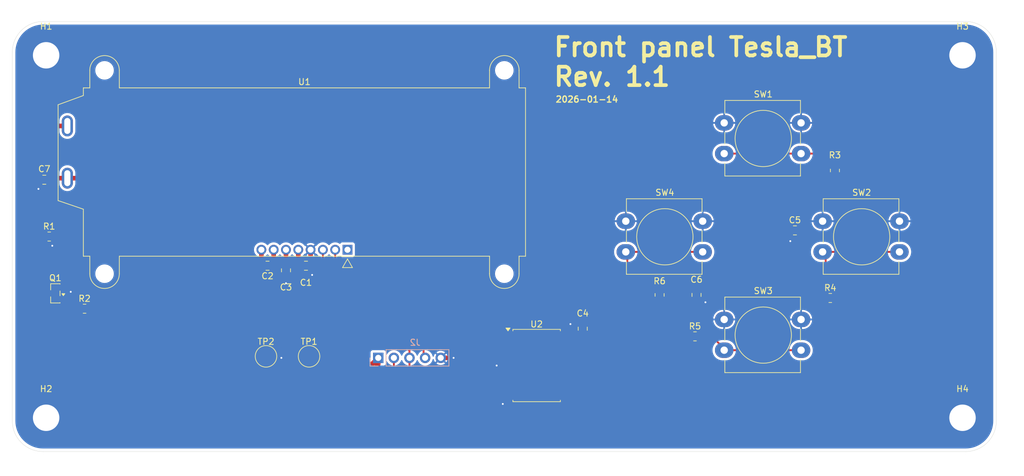
<source format=kicad_pcb>
(kicad_pcb (version 20241229) (generator "pcbnew") (generator_version "9.0")
  (title_block (title "Front panel") (date "2026-01-14") (rev "1.1"))
  (layers (0 "F.Cu" signal) (2 "B.Cu" power) (13 "F.Paste" user) (15 "B.Paste" user) (5 "F.SilkS" user "F.Silkscreen") (7 "B.SilkS" user "B.Silkscreen") (1 "F.Mask" user) (3 "B.Mask" user) (25 "Edge.Cuts" user))
  (net 0 "")
  (net 1 "+3.3V")
  (net 2 "GND")
  (net 3 "/I2C_IO.SDA")
  (net 4 "/I2C_IO.INT")
  (net 5 "/I2C_IO.SCL")
  (net 6 "Net-(Q1-B)")
  (net 7 "Net-(Q1-C)")
  (net 8 "/GP4")
  (net 9 "/GP0")
  (net 10 "/GP1")
  (net 11 "/GP2")
  (net 12 "/GP3")
  (net 13 "Net-(U1-C1-)")
  (net 14 "Net-(U1-C1+)")
  (net 15 "Net-(U1-VOUT)")
  (footprint "Resistor_SMD:R_0805_2012Metric" (layer "F.Cu") (at 79.75 119.25)
    (property "Reference" "R2" (at 0 -1.65 0) (layer "F.SilkS"))
    (property "Value" "1K")
    (fp_line (start -0.227064 -0.735) (end 0.227064 -0.735) (stroke (width 0.12)) (layer "F.SilkS"))
    (fp_line (start -0.227064 0.735) (end 0.227064 0.735) (stroke (width 0.12)) (layer "F.SilkS"))
    (pad "1" smd roundrect (at -0.9125 0) (size 1.025 1.4) (layers "F.Cu" "F.Mask" "F.Paste") (roundrect_rratio 0.243902) (net 6 "Net-(Q1-B)"))
    (pad "2" smd roundrect (at 0.9125 0) (size 1.025 1.4) (layers "F.Cu" "F.Mask" "F.Paste") (roundrect_rratio 0.243902) (net 8 "/GP4"))
  )
  (footprint "Resistor_SMD:R_0805_2012Metric" (layer "F.Cu") (at 201.75 96.75 90)
    (property "Reference" "R3" (at 2.5 0 180) (layer "F.SilkS"))
    (property "Value" "10K")
    (fp_line (start -0.227064 -0.735) (end 0.227064 -0.735) (stroke (width 0.12)) (layer "F.SilkS"))
    (fp_line (start -0.227064 0.735) (end 0.227064 0.735) (stroke (width 0.12)) (layer "F.SilkS"))
    (pad "1" smd roundrect (at -0.9125 0 90) (size 1.025 1.4) (layers "F.Cu" "F.Mask" "F.Paste") (roundrect_rratio 0.243902) (net 1 "+3.3V"))
    (pad "2" smd roundrect (at 0.9125 0 90) (size 1.025 1.4) (layers "F.Cu" "F.Mask" "F.Paste") (roundrect_rratio 0.243902) (net 9 "/GP0"))
  )
  (footprint "Capacitor_SMD:C_0805_2012Metric" (layer "F.Cu") (at 195.25 106.5)
    (property "Reference" "C5" (at 0 -1.68 0) (layer "F.SilkS"))
    (property "Value" "100nF")
    (fp_line (start -0.261252 -0.735) (end 0.261252 -0.735) (stroke (width 0.12)) (layer "F.SilkS"))
    (fp_line (start -0.261252 0.735) (end 0.261252 0.735) (stroke (width 0.12)) (layer "F.SilkS"))
    (pad "1" smd roundrect (at -0.95 0) (size 1 1.45) (layers "F.Cu" "F.Mask" "F.Paste") (net 2 "GND"))
    (pad "2" smd roundrect (at 0.95 0) (size 1 1.45) (layers "F.Cu" "F.Mask" "F.Paste") (net 1 "+3.3V"))
  )
  (footprint "Package_SO:SOIC-18W_7.5x11.6mm_P1.27mm" (layer "F.Cu") (at 153.25 128.5)
    (property "Reference" "U2" (at 0 -6.73 0) (layer "F.SilkS"))
    (property "Value" "MCP23008-xSO")
    (fp_line (start -3.86 -5.885) (end 3.86 -5.885) (stroke (width 0.12)) (layer "F.SilkS"))
    (fp_line (start -3.86 -5.64) (end -3.86 -5.885) (stroke (width 0.12)) (layer "F.SilkS"))
    (fp_line (start -3.86 5.885) (end -3.86 5.64) (stroke (width 0.12)) (layer "F.SilkS"))
    (fp_line (start 3.86 -5.885) (end 3.86 -5.64) (stroke (width 0.12)) (layer "F.SilkS"))
    (fp_line (start 3.86 5.64) (end 3.86 5.885) (stroke (width 0.12)) (layer "F.SilkS"))
    (fp_line (start 3.86 5.885) (end -3.86 5.885) (stroke (width 0.12)) (layer "F.SilkS"))
    (fp_poly (pts (xy -4.65 -5.64) (xy -4.99 -6.11) (xy -4.31 -6.11)) (stroke (width 0.12)) (fill yes) (layer "F.SilkS"))
    (pad "1" smd roundrect (at -4.65 -5.08) (size 2.05 0.6) (layers "F.Cu" "F.Mask" "F.Paste") (net 5 "/I2C_IO.SCL"))
    (pad "2" smd roundrect (at -4.65 -3.81) (size 2.05 0.6) (layers "F.Cu" "F.Mask" "F.Paste") (net 3 "/I2C_IO.SDA"))
    (pad "3" smd roundrect (at -4.65 -2.54) (size 2.05 0.6) (layers "F.Cu" "F.Mask" "F.Paste") (net 1 "+3.3V"))
    (pad "4" smd roundrect (at -4.65 -1.27) (size 2.05 0.6) (layers "F.Cu" "F.Mask" "F.Paste") (net 1 "+3.3V"))
    (pad "5" smd roundrect (at -4.65 0) (size 2.05 0.6) (layers "F.Cu" "F.Mask" "F.Paste") (net 2 "GND"))
    (pad "6" smd roundrect (at -4.65 1.27) (size 2.05 0.6) (layers "F.Cu" "F.Mask" "F.Paste"))
    (pad "7" smd roundrect (at -4.65 2.54) (size 2.05 0.6) (layers "F.Cu" "F.Mask" "F.Paste"))
    (pad "8" smd roundrect (at -4.65 3.81) (size 2.05 0.6) (layers "F.Cu" "F.Mask" "F.Paste") (net 4 "/I2C_IO.INT"))
    (pad "9" smd roundrect (at -4.65 5.08) (size 2.05 0.6) (layers "F.Cu" "F.Mask" "F.Paste") (net 2 "GND"))
    (pad "10" smd roundrect (at 4.65 5.08) (size 2.05 0.6) (layers "F.Cu" "F.Mask" "F.Paste") (net 9 "/GP0"))
    (pad "11" smd roundrect (at 4.65 3.81) (size 2.05 0.6) (layers "F.Cu" "F.Mask" "F.Paste") (net 10 "/GP1"))
    (pad "12" smd roundrect (at 4.65 2.54) (size 2.05 0.6) (layers "F.Cu" "F.Mask" "F.Paste") (net 11 "/GP2"))
    (pad "13" smd roundrect (at 4.65 1.27) (size 2.05 0.6) (layers "F.Cu" "F.Mask" "F.Paste") (net 12 "/GP3"))
    (pad "14" smd roundrect (at 4.65 0) (size 2.05 0.6) (layers "F.Cu" "F.Mask" "F.Paste") (net 8 "/GP4"))
    (pad "15" smd roundrect (at 4.65 -1.27) (size 2.05 0.6) (layers "F.Cu" "F.Mask" "F.Paste"))
    (pad "16" smd roundrect (at 4.65 -2.54) (size 2.05 0.6) (layers "F.Cu" "F.Mask" "F.Paste"))
    (pad "17" smd roundrect (at 4.65 -3.81) (size 2.05 0.6) (layers "F.Cu" "F.Mask" "F.Paste"))
    (pad "18" smd roundrect (at 4.65 -5.08) (size 2.05 0.6) (layers "F.Cu" "F.Mask" "F.Paste") (net 1 "+3.3V"))
  )
  (footprint "Button_Switch_THT:SW_PUSH-12mm_Wuerth-430476085716" (layer "F.Cu") (at 183.75 89)
    (property "Reference" "SW1" (at 6.35 -4.66 0) (layer "F.SilkS"))
    (property "Value" "SW_Push")
    (fp_line (start 0.1 -3.65) (end 12.4 -3.65) (stroke (width 0.12)) (layer "F.SilkS"))
    (fp_line (start 0.1 -1.53) (end 0.1 -3.65) (stroke (width 0.12)) (layer "F.SilkS"))
    (fp_line (start 0.1 3.47) (end 0.1 1.53) (stroke (width 0.12)) (layer "F.SilkS"))
    (fp_line (start 0.1 8.65) (end 0.1 6.53) (stroke (width 0.12)) (layer "F.SilkS"))
    (fp_line (start 12.4 -3.65) (end 12.4 -1.53) (stroke (width 0.12)) (layer "F.SilkS"))
    (fp_line (start 12.4 1.53) (end 12.4 3.47) (stroke (width 0.12)) (layer "F.SilkS"))
    (fp_line (start 12.4 6.53) (end 12.4 8.65) (stroke (width 0.12)) (layer "F.SilkS"))
    (fp_line (start 12.4 8.65) (end 0.1 8.65) (stroke (width 0.12)) (layer "F.SilkS"))
    (fp_circle (center 6.35 2.54) (end 10.92905 2.54) (stroke (width 0.12)) (fill no) (layer "F.SilkS"))
    (pad "1" thru_hole oval (at 0 0) (size 3 2.5) (drill 1.2) (layers "*.Cu" "*.Mask") (net 2 "GND"))
    (pad "1" thru_hole oval (at 12.5 0) (size 3 2.5) (drill 1.2) (layers "*.Cu" "*.Mask") (net 2 "GND"))
    (pad "2" thru_hole oval (at 0 5) (size 3 2.5) (drill 1.2) (layers "*.Cu" "*.Mask") (net 9 "/GP0"))
    (pad "2" thru_hole oval (at 12.5 5) (size 3 2.5) (drill 1.2) (layers "*.Cu" "*.Mask") (net 9 "/GP0"))
  )
  (footprint "MountingHole:MountingHole_4.3mm_M4_DIN965_Pad_TopBottom" (layer "F.Cu") (at 73.5 137)
    (property "Reference" "H2" (at 0 -4.7 0) (layer "F.SilkS"))
    (property "Value" "MountingHole_Pad")
    (pad "1" thru_hole circle (at 0 0) (size 4.7 4.7) (drill 4.3) (layers "*.Cu" "*.Mask") (net 2 "GND"))
    (pad "1" connect circle (at 0 0) (size 7.5 7.5) (layers "F.Cu" "F.Mask") (net 2 "GND"))
    (pad "1" connect circle (at 0 0) (size 7.5 7.5) (layers "B.Cu" "B.Mask") (net 2 "GND"))
  )
  (footprint "Resistor_SMD:R_0805_2012Metric" (layer "F.Cu") (at 201 117.5)
    (property "Reference" "R4" (at 0 -1.65 0) (layer "F.SilkS"))
    (property "Value" "10K")
    (fp_line (start -0.227064 -0.735) (end 0.227064 -0.735) (stroke (width 0.12)) (layer "F.SilkS"))
    (fp_line (start -0.227064 0.735) (end 0.227064 0.735) (stroke (width 0.12)) (layer "F.SilkS"))
    (pad "1" smd roundrect (at -0.9125 0) (size 1.025 1.4) (layers "F.Cu" "F.Mask" "F.Paste") (roundrect_rratio 0.243902) (net 1 "+3.3V"))
    (pad "2" smd roundrect (at 0.9125 0) (size 1.025 1.4) (layers "F.Cu" "F.Mask" "F.Paste") (roundrect_rratio 0.243902) (net 10 "/GP1"))
  )
  (footprint "Resistor_SMD:R_0805_2012Metric" (layer "F.Cu") (at 74 107.5)
    (property "Reference" "R1" (at 0 -1.65 0) (layer "F.SilkS"))
    (property "Value" "0R")
    (fp_line (start -0.227064 -0.735) (end 0.227064 -0.735) (stroke (width 0.12)) (layer "F.SilkS"))
    (fp_line (start -0.227064 0.735) (end 0.227064 0.735) (stroke (width 0.12)) (layer "F.SilkS"))
    (pad "1" smd roundrect (at -0.9125 0) (size 1.025 1.4) (layers "F.Cu" "F.Mask" "F.Paste") (roundrect_rratio 0.243902) (net 7 "Net-(Q1-C)"))
    (pad "2" smd roundrect (at 0.9125 0) (size 1.025 1.4) (layers "F.Cu" "F.Mask" "F.Paste") (roundrect_rratio 0.243902) (net 2 "GND"))
  )
  (footprint "Button_Switch_THT:SW_PUSH-12mm_Wuerth-430476085716" (layer "F.Cu") (at 183.75 121)
    (property "Reference" "SW3" (at 6.35 -4.66 0) (layer "F.SilkS"))
    (property "Value" "SW_Push")
    (fp_line (start 0.1 -3.65) (end 12.4 -3.65) (stroke (width 0.12)) (layer "F.SilkS"))
    (fp_line (start 0.1 -1.53) (end 0.1 -3.65) (stroke (width 0.12)) (layer "F.SilkS"))
    (fp_line (start 0.1 3.47) (end 0.1 1.53) (stroke (width 0.12)) (layer "F.SilkS"))
    (fp_line (start 0.1 8.65) (end 0.1 6.53) (stroke (width 0.12)) (layer "F.SilkS"))
    (fp_line (start 12.4 -3.65) (end 12.4 -1.53) (stroke (width 0.12)) (layer "F.SilkS"))
    (fp_line (start 12.4 1.53) (end 12.4 3.47) (stroke (width 0.12)) (layer "F.SilkS"))
    (fp_line (start 12.4 6.53) (end 12.4 8.65) (stroke (width 0.12)) (layer "F.SilkS"))
    (fp_line (start 12.4 8.65) (end 0.1 8.65) (stroke (width 0.12)) (layer "F.SilkS"))
    (fp_circle (center 6.35 2.54) (end 10.92905 2.54) (stroke (width 0.12)) (fill no) (layer "F.SilkS"))
    (pad "1" thru_hole oval (at 0 0) (size 3 2.5) (drill 1.2) (layers "*.Cu" "*.Mask") (net 2 "GND"))
    (pad "1" thru_hole oval (at 12.5 0) (size 3 2.5) (drill 1.2) (layers "*.Cu" "*.Mask") (net 2 "GND"))
    (pad "2" thru_hole oval (at 0 5) (size 3 2.5) (drill 1.2) (layers "*.Cu" "*.Mask") (net 11 "/GP2"))
    (pad "2" thru_hole oval (at 12.5 5) (size 3 2.5) (drill 1.2) (layers "*.Cu" "*.Mask") (net 11 "/GP2"))
  )
  (footprint "TestPoint:TestPoint_Pad_D3.0mm" (layer "F.Cu") (at 116.25 127)
    (property "Reference" "TP1" (at 0 -2.398 0) (layer "F.SilkS"))
    (property "Value" "TestPoint")
    (fp_circle (center 0 0) (end 0 1.75) (stroke (width 0.12)) (fill no) (layer "F.SilkS"))
    (pad "1" smd circle (at 0 0) (size 3 3) (layers "F.Cu" "F.Mask") (net 1 "+3.3V"))
  )
  (footprint "Capacitor_SMD:C_0805_2012Metric" (layer "F.Cu") (at 112.5 113 -90)
    (property "Reference" "C3" (at 2.75 0 180) (layer "F.SilkS"))
    (property "Value" "470nF")
    (fp_line (start -0.261252 0.735) (end 0.261252 0.735) (stroke (width 0.12)) (layer "F.SilkS"))
    (fp_line (start -0.261252 -0.735) (end 0.261252 -0.735) (stroke (width 0.12)) (layer "F.SilkS"))
    (pad "1" smd roundrect (at -0.95 0 270) (size 1 1.45) (layers "F.Cu" "F.Mask" "F.Paste") (net 15 "Net-(U1-VOUT)"))
    (pad "2" smd roundrect (at 0.95 0 270) (size 1 1.45) (layers "F.Cu" "F.Mask" "F.Paste") (net 2 "GND"))
  )
  (footprint "Resistor_SMD:R_0805_2012Metric" (layer "F.Cu") (at 179 123.75)
    (property "Reference" "R5" (at 0 -1.65 0) (layer "F.SilkS"))
    (property "Value" "10K")
    (fp_line (start -0.227064 -0.735) (end 0.227064 -0.735) (stroke (width 0.12)) (layer "F.SilkS"))
    (fp_line (start -0.227064 0.735) (end 0.227064 0.735) (stroke (width 0.12)) (layer "F.SilkS"))
    (pad "1" smd roundrect (at -0.9125 0) (size 1.025 1.4) (layers "F.Cu" "F.Mask" "F.Paste") (roundrect_rratio 0.243902) (net 1 "+3.3V"))
    (pad "2" smd roundrect (at 0.9125 0) (size 1.025 1.4) (layers "F.Cu" "F.Mask" "F.Paste") (roundrect_rratio 0.243902) (net 11 "/GP2"))
  )
  (footprint "Package_TO_SOT_SMD:SOT-23" (layer "F.Cu") (at 75 116.75 180)
    (property "Reference" "Q1" (at 0 2.5 0) (layer "F.SilkS"))
    (property "Value" "BC817")
    (fp_line (start 0.76 1.56) (end -0.76 1.56) (stroke (width 0.12)) (layer "F.SilkS"))
    (fp_line (start 0.76 0.56) (end 0.76 1.56) (stroke (width 0.12)) (layer "F.SilkS"))
    (fp_line (start 0.76 -1.56) (end 0.76 -0.56) (stroke (width 0.12)) (layer "F.SilkS"))
    (fp_line (start -0.76 1.56) (end -0.76 1.51) (stroke (width 0.12)) (layer "F.SilkS"))
    (fp_line (start -0.76 0.39) (end -0.76 -0.39) (stroke (width 0.12)) (layer "F.SilkS"))
    (fp_line (start -0.76 -1.51) (end -0.76 -1.56) (stroke (width 0.12)) (layer "F.SilkS"))
    (fp_line (start -0.76 -1.56) (end 0.76 -1.56) (stroke (width 0.12)) (layer "F.SilkS"))
    (fp_poly (pts (xy -1.3 -0.38) (xy -1.06 -0.05) (xy -1.54 -0.05)) (stroke (width 0.12)) (fill yes) (layer "F.SilkS"))
    (pad "1" smd roundrect (at -0.9375 -0.95 180) (size 1.475 0.6) (layers "F.Cu" "F.Mask" "F.Paste") (net 6 "Net-(Q1-B)"))
    (pad "2" smd roundrect (at -0.9375 0.95 180) (size 1.475 0.6) (layers "F.Cu" "F.Mask" "F.Paste") (net 2 "GND"))
    (pad "3" smd roundrect (at 0.9375 0 180) (size 1.475 0.6) (layers "F.Cu" "F.Mask" "F.Paste") (net 7 "Net-(Q1-C)"))
  )
  (footprint "Capacitor_SMD:C_0805_2012Metric" (layer "F.Cu") (at 115.75 112.25)
    (property "Reference" "C1" (at 0 2.75 0) (layer "F.SilkS"))
    (property "Value" "470nF")
    (fp_line (start -0.261252 -0.735) (end 0.261252 -0.735) (stroke (width 0.12)) (layer "F.SilkS"))
    (fp_line (start -0.261252 0.735) (end 0.261252 0.735) (stroke (width 0.12)) (layer "F.SilkS"))
    (pad "1" smd roundrect (at -0.95 0) (size 1 1.45) (layers "F.Cu" "F.Mask" "F.Paste") (net 1 "+3.3V"))
    (pad "2" smd roundrect (at 0.95 0) (size 1 1.45) (layers "F.Cu" "F.Mask" "F.Paste") (net 2 "GND"))
  )
  (footprint "Button_Switch_THT:SW_PUSH-12mm_Wuerth-430476085716" (layer "F.Cu") (at 167.75 105)
    (property "Reference" "SW4" (at 6.35 -4.66 0) (layer "F.SilkS"))
    (property "Value" "SW_Push")
    (fp_line (start 0.1 -3.65) (end 12.4 -3.65) (stroke (width 0.12)) (layer "F.SilkS"))
    (fp_line (start 0.1 -1.53) (end 0.1 -3.65) (stroke (width 0.12)) (layer "F.SilkS"))
    (fp_line (start 0.1 3.47) (end 0.1 1.53) (stroke (width 0.12)) (layer "F.SilkS"))
    (fp_line (start 0.1 8.65) (end 0.1 6.53) (stroke (width 0.12)) (layer "F.SilkS"))
    (fp_line (start 12.4 -3.65) (end 12.4 -1.53) (stroke (width 0.12)) (layer "F.SilkS"))
    (fp_line (start 12.4 1.53) (end 12.4 3.47) (stroke (width 0.12)) (layer "F.SilkS"))
    (fp_line (start 12.4 6.53) (end 12.4 8.65) (stroke (width 0.12)) (layer "F.SilkS"))
    (fp_line (start 12.4 8.65) (end 0.1 8.65) (stroke (width 0.12)) (layer "F.SilkS"))
    (fp_circle (center 6.35 2.54) (end 10.92905 2.54) (stroke (width 0.12)) (fill no) (layer "F.SilkS"))
    (pad "1" thru_hole oval (at 0 0) (size 3 2.5) (drill 1.2) (layers "*.Cu" "*.Mask") (net 2 "GND"))
    (pad "1" thru_hole oval (at 12.5 0) (size 3 2.5) (drill 1.2) (layers "*.Cu" "*.Mask") (net 2 "GND"))
    (pad "2" thru_hole oval (at 0 5) (size 3 2.5) (drill 1.2) (layers "*.Cu" "*.Mask") (net 12 "/GP3"))
    (pad "2" thru_hole oval (at 12.5 5) (size 3 2.5) (drill 1.2) (layers "*.Cu" "*.Mask") (net 12 "/GP3"))
  )
  (footprint "Capacitor_SMD:C_0805_2012Metric" (layer "F.Cu") (at 109.5 112.25 180)
    (property "Reference" "C2" (at 0 -1.68 0) (layer "F.SilkS"))
    (property "Value" "470nF")
    (fp_line (start -0.261252 0.735) (end 0.261252 0.735) (stroke (width 0.12)) (layer "F.SilkS"))
    (fp_line (start -0.261252 -0.735) (end 0.261252 -0.735) (stroke (width 0.12)) (layer "F.SilkS"))
    (pad "1" smd roundrect (at -0.95 0 180) (size 1 1.45) (layers "F.Cu" "F.Mask" "F.Paste") (net 14 "Net-(U1-C1+)"))
    (pad "2" smd roundrect (at 0.95 0 180) (size 1 1.45) (layers "F.Cu" "F.Mask" "F.Paste") (net 13 "Net-(U1-C1-)"))
  )
  (footprint "Resistor_SMD:R_0805_2012Metric" (layer "F.Cu") (at 173.25 117 -90)
    (property "Reference" "R6" (at -2.25 0 180) (layer "F.SilkS"))
    (property "Value" "10K")
    (fp_line (start -0.227064 0.735) (end 0.227064 0.735) (stroke (width 0.12)) (layer "F.SilkS"))
    (fp_line (start -0.227064 -0.735) (end 0.227064 -0.735) (stroke (width 0.12)) (layer "F.SilkS"))
    (pad "1" smd roundrect (at -0.9125 0 270) (size 1.025 1.4) (layers "F.Cu" "F.Mask" "F.Paste") (roundrect_rratio 0.243902) (net 1 "+3.3V"))
    (pad "2" smd roundrect (at 0.9125 0 270) (size 1.025 1.4) (layers "F.Cu" "F.Mask" "F.Paste") (roundrect_rratio 0.243902) (net 12 "/GP3"))
  )
  (footprint "Capacitor_SMD:C_0805_2012Metric" (layer "F.Cu") (at 73.2 98.25 180)
    (property "Reference" "C7" (at 0 1.75 0) (layer "F.SilkS"))
    (property "Value" "470nF")
    (fp_line (start -0.261252 0.735) (end 0.261252 0.735) (stroke (width 0.12)) (layer "F.SilkS"))
    (fp_line (start -0.261252 -0.735) (end 0.261252 -0.735) (stroke (width 0.12)) (layer "F.SilkS"))
    (pad "1" smd roundrect (at -0.95 0 180) (size 1 1.45) (layers "F.Cu" "F.Mask" "F.Paste") (net 1 "+3.3V"))
    (pad "2" smd roundrect (at 0.95 0 180) (size 1 1.45) (layers "F.Cu" "F.Mask" "F.Paste") (net 2 "GND"))
  )
  (footprint "MountingHole:MountingHole_4.3mm_M4_DIN965_Pad_TopBottom" (layer "F.Cu") (at 73.5 78)
    (property "Reference" "H1" (at 0 -4.7 0) (layer "F.SilkS"))
    (property "Value" "MountingHole_Pad")
    (pad "1" thru_hole circle (at 0 0) (size 4.7 4.7) (drill 4.3) (layers "*.Cu" "*.Mask") (net 2 "GND"))
    (pad "1" connect circle (at 0 0) (size 7.5 7.5) (layers "F.Cu" "F.Mask") (net 2 "GND"))
    (pad "1" connect circle (at 0 0) (size 7.5 7.5) (layers "B.Cu" "B.Mask") (net 2 "GND"))
  )
  (footprint "Display:NHD-C0220BiZ" (layer "F.Cu") (at 115.5 93.75)
    (property "Reference" "U1" (at 0 -11.43 0) (layer "F.SilkS"))
    (property "Value" "NHD-C0220BIZ")
    (fp_line (start -40.05 -7.7) (end -40.05 7.9) (stroke (width 0.12)) (layer "F.SilkS"))
    (fp_line (start -40.05 7.9) (end -35.95 9.3) (stroke (width 0.12)) (layer "F.SilkS"))
    (fp_line (start -35.95 -10.45) (end -35.95 -9.2) (stroke (width 0.12)) (layer "F.SilkS"))
    (fp_line (start -35.95 -9.2) (end -40.05 -7.7) (stroke (width 0.12)) (layer "F.SilkS"))
    (fp_line (start -35.95 9.3) (end -35.95 16.95) (stroke (width 0.12)) (layer "F.SilkS"))
    (fp_line (start -35.95 16.95) (end -34.9 16.95) (stroke (width 0.12)) (layer "F.SilkS"))
    (fp_line (start -34.9 -13.3) (end -34.9 -10.45) (stroke (width 0.12)) (layer "F.SilkS"))
    (fp_line (start -34.9 -10.45) (end -35.95 -10.45) (stroke (width 0.12)) (layer "F.SilkS"))
    (fp_line (start -34.9 16.95) (end -34.9 19.8) (stroke (width 0.12)) (layer "F.SilkS"))
    (fp_line (start -30.1 -10.45) (end -30.1 -13.3) (stroke (width 0.12)) (layer "F.SilkS"))
    (fp_line (start -30.1 16.95) (end 30.1 16.95) (stroke (width 0.12)) (layer "F.SilkS"))
    (fp_line (start -30.1 19.8) (end -30.1 16.95) (stroke (width 0.12)) (layer "F.SilkS"))
    (fp_line (start 6.2 18.8) (end 7 17.4) (stroke (width 0.12)) (layer "F.SilkS"))
    (fp_line (start 6.2 18.8) (end 7.8 18.8) (stroke (width 0.12)) (layer "F.SilkS"))
    (fp_line (start 7 17.4) (end 7.8 18.8) (stroke (width 0.12)) (layer "F.SilkS"))
    (fp_line (start 30.1 -13.3) (end 30.1 -10.45) (stroke (width 0.12)) (layer "F.SilkS"))
    (fp_line (start 30.1 -10.45) (end -30.1 -10.45) (stroke (width 0.12)) (layer "F.SilkS"))
    (fp_line (start 30.1 16.95) (end 30.1 19.8) (stroke (width 0.12)) (layer "F.SilkS"))
    (fp_line (start 34.9 -10.45) (end 34.9 -13.3) (stroke (width 0.12)) (layer "F.SilkS"))
    (fp_line (start 34.9 16.95) (end 35.95 16.95) (stroke (width 0.12)) (layer "F.SilkS"))
    (fp_line (start 34.9 19.8) (end 34.9 16.95) (stroke (width 0.12)) (layer "F.SilkS"))
    (fp_line (start 35.95 -10.45) (end 34.9 -10.45) (stroke (width 0.12)) (layer "F.SilkS"))
    (fp_line (start 35.95 16.95) (end 35.95 -10.45) (stroke (width 0.12)) (layer "F.SilkS"))
    (fp_arc (start -34.9 -13.3) (mid -32.5 -15.7) (end -30.1 -13.3) (stroke (width 0.12)) (layer "F.SilkS"))
    (fp_arc (start -30.1 19.8) (mid -32.5 22.2) (end -34.9 19.8) (stroke (width 0.12)) (layer "F.SilkS"))
    (fp_arc (start 30.1 -13.3) (mid 32.5 -15.7) (end 34.9 -13.3) (stroke (width 0.12)) (layer "F.SilkS"))
    (fp_arc (start 34.9 19.8) (mid 32.5 22.2) (end 30.1 19.8) (stroke (width 0.12)) (layer "F.SilkS"))
    (pad "" np_thru_hole circle (at -32.5 -13.3) (size 2.5 2.5) (drill 2.5) (layers "*.Cu" "*.Mask"))
    (pad "" np_thru_hole circle (at -32.5 19.8) (size 2.5 2.5) (drill 2.5) (layers "*.Cu" "*.Mask"))
    (pad "" np_thru_hole circle (at 32.5 -13.3) (size 2.5 2.5) (drill 2.5) (layers "*.Cu" "*.Mask"))
    (pad "" np_thru_hole circle (at 32.5 19.8) (size 2.5 2.5) (drill 2.5) (layers "*.Cu" "*.Mask"))
    (pad "1" thru_hole rect (at 7 15.9) (size 1.6 1.6) (drill 1) (layers "*.Cu" "*.Mask"))
    (pad "2" thru_hole circle (at 5 15.9) (size 1.6 1.6) (drill 1) (layers "*.Cu" "*.Mask") (net 5 "/I2C_IO.SCL"))
    (pad "3" thru_hole circle (at 3 15.9) (size 1.6 1.6) (drill 1) (layers "*.Cu" "*.Mask") (net 3 "/I2C_IO.SDA"))
    (pad "4" thru_hole circle (at 1 15.9) (size 1.6 1.6) (drill 1) (layers "*.Cu" "*.Mask") (net 2 "GND"))
    (pad "5" thru_hole circle (at -1 15.9) (size 1.6 1.6) (drill 1) (layers "*.Cu" "*.Mask") (net 1 "+3.3V"))
    (pad "6" thru_hole circle (at -3 15.9) (size 1.6 1.6) (drill 1) (layers "*.Cu" "*.Mask") (net 15 "Net-(U1-VOUT)"))
    (pad "7" thru_hole circle (at -5 15.9) (size 1.6 1.6) (drill 1) (layers "*.Cu" "*.Mask") (net 14 "Net-(U1-C1+)"))
    (pad "8" thru_hole circle (at -7 15.9) (size 1.6 1.6) (drill 1) (layers "*.Cu" "*.Mask") (net 13 "Net-(U1-C1-)"))
    (pad "9" thru_hole oval (at -38.55 4.25) (size 1.8 3.4) (drill oval 1 2.6) (layers "*.Cu" "*.Mask") (net 1 "+3.3V"))
    (pad "10" thru_hole oval (at -38.55 -4.25) (size 1.8 3.4) (drill oval 1 2.6) (layers "*.Cu" "*.Mask") (net 7 "Net-(Q1-C)"))
  )
  (footprint "MountingHole:MountingHole_4.3mm_M4_DIN965_Pad_TopBottom" (layer "F.Cu") (at 222.5 78)
    (property "Reference" "H3" (at 0 -4.7 0) (layer "F.SilkS"))
    (property "Value" "MountingHole_Pad")
    (pad "1" thru_hole circle (at 0 0) (size 4.7 4.7) (drill 4.3) (layers "*.Cu" "*.Mask") (net 2 "GND"))
    (pad "1" connect circle (at 0 0) (size 7.5 7.5) (layers "F.Cu" "F.Mask") (net 2 "GND"))
    (pad "1" connect circle (at 0 0) (size 7.5 7.5) (layers "B.Cu" "B.Mask") (net 2 "GND"))
  )
  (footprint "Capacitor_SMD:C_0805_2012Metric" (layer "F.Cu") (at 179.25 117 -90)
    (property "Reference" "C6" (at -2.5 0 180) (layer "F.SilkS"))
    (property "Value" "100nF")
    (fp_line (start -0.261252 0.735) (end 0.261252 0.735) (stroke (width 0.12)) (layer "F.SilkS"))
    (fp_line (start -0.261252 -0.735) (end 0.261252 -0.735) (stroke (width 0.12)) (layer "F.SilkS"))
    (pad "1" smd roundrect (at -0.95 0 270) (size 1 1.45) (layers "F.Cu" "F.Mask" "F.Paste") (net 1 "+3.3V"))
    (pad "2" smd roundrect (at 0.95 0 270) (size 1 1.45) (layers "F.Cu" "F.Mask" "F.Paste") (net 2 "GND"))
  )
  (footprint "MountingHole:MountingHole_4.3mm_M4_DIN965_Pad_TopBottom" (layer "F.Cu") (at 222.5 137)
    (property "Reference" "H4" (at 0 -4.7 0) (layer "F.SilkS"))
    (property "Value" "MountingHole_Pad")
    (pad "1" thru_hole circle (at 0 0) (size 4.7 4.7) (drill 4.3) (layers "*.Cu" "*.Mask") (net 2 "GND"))
    (pad "1" connect circle (at 0 0) (size 7.5 7.5) (layers "F.Cu" "F.Mask") (net 2 "GND"))
    (pad "1" connect circle (at 0 0) (size 7.5 7.5) (layers "B.Cu" "B.Mask") (net 2 "GND"))
  )
  (footprint "Button_Switch_THT:SW_PUSH-12mm_Wuerth-430476085716" (layer "F.Cu") (at 199.75 105)
    (property "Reference" "SW2" (at 6.35 -4.66 0) (layer "F.SilkS"))
    (property "Value" "SW_Push")
    (fp_line (start 0.1 -3.65) (end 12.4 -3.65) (stroke (width 0.12)) (layer "F.SilkS"))
    (fp_line (start 0.1 -1.53) (end 0.1 -3.65) (stroke (width 0.12)) (layer "F.SilkS"))
    (fp_line (start 0.1 3.47) (end 0.1 1.53) (stroke (width 0.12)) (layer "F.SilkS"))
    (fp_line (start 0.1 8.65) (end 0.1 6.53) (stroke (width 0.12)) (layer "F.SilkS"))
    (fp_line (start 12.4 -3.65) (end 12.4 -1.53) (stroke (width 0.12)) (layer "F.SilkS"))
    (fp_line (start 12.4 1.53) (end 12.4 3.47) (stroke (width 0.12)) (layer "F.SilkS"))
    (fp_line (start 12.4 6.53) (end 12.4 8.65) (stroke (width 0.12)) (layer "F.SilkS"))
    (fp_line (start 12.4 8.65) (end 0.1 8.65) (stroke (width 0.12)) (layer "F.SilkS"))
    (fp_circle (center 6.35 2.54) (end 10.92905 2.54) (stroke (width 0.12)) (fill no) (layer "F.SilkS"))
    (pad "1" thru_hole oval (at 0 0) (size 3 2.5) (drill 1.2) (layers "*.Cu" "*.Mask") (net 2 "GND"))
    (pad "1" thru_hole oval (at 12.5 0) (size 3 2.5) (drill 1.2) (layers "*.Cu" "*.Mask") (net 2 "GND"))
    (pad "2" thru_hole oval (at 0 5) (size 3 2.5) (drill 1.2) (layers "*.Cu" "*.Mask") (net 10 "/GP1"))
    (pad "2" thru_hole oval (at 12.5 5) (size 3 2.5) (drill 1.2) (layers "*.Cu" "*.Mask") (net 10 "/GP1"))
  )
  (footprint "Capacitor_SMD:C_0805_2012Metric" (layer "F.Cu") (at 160.75 122.5 90)
    (property "Reference" "C4" (at 2.5 0 0) (layer "F.SilkS"))
    (property "Value" "100nF")
    (fp_line (start -0.261252 -0.735) (end 0.261252 -0.735) (stroke (width 0.12)) (layer "F.SilkS"))
    (fp_line (start -0.261252 0.735) (end 0.261252 0.735) (stroke (width 0.12)) (layer "F.SilkS"))
    (pad "1" smd roundrect (at -0.95 0 90) (size 1 1.45) (layers "F.Cu" "F.Mask" "F.Paste") (net 1 "+3.3V"))
    (pad "2" smd roundrect (at 0.95 0 90) (size 1 1.45) (layers "F.Cu" "F.Mask" "F.Paste") (net 2 "GND"))
  )
  (footprint "TestPoint:TestPoint_Pad_D3.0mm" (layer "F.Cu") (at 109.25 127)
    (property "Reference" "TP2" (at 0 -2.398 0) (layer "F.SilkS"))
    (property "Value" "TestPoint")
    (fp_circle (center 0 0) (end 0 1.75) (stroke (width 0.12)) (fill no) (layer "F.SilkS"))
    (pad "1" smd circle (at 0 0) (size 3 3) (layers "F.Cu" "F.Mask") (net 2 "GND"))
  )
  (footprint "Connector_PinSocket_2.54mm:PinSocket_1x05_P2.54mm_Vertical" (layer "B.Cu") (at 127.5 127.25 -90)
    (property "Reference" "J2" (at -2.5 -6 0) (layer "B.SilkS") (effects (justify mirror)))
    (property "Value" "Conn_01x05")
    (fp_line (start 0 1.33) (end 1.33 1.33) (stroke (width 0.12)) (layer "B.SilkS"))
    (fp_line (start 1.33 1.33) (end 1.33 0) (stroke (width 0.12)) (layer "B.SilkS"))
    (fp_line (start -1.33 -1.27) (end 1.33 -1.27) (stroke (width 0.12)) (layer "B.SilkS"))
    (fp_line (start -1.33 -1.27) (end -1.33 -11.49) (stroke (width 0.12)) (layer "B.SilkS"))
    (fp_line (start 1.33 -1.27) (end 1.33 -11.49) (stroke (width 0.12)) (layer "B.SilkS"))
    (fp_line (start -1.33 -11.49) (end 1.33 -11.49) (stroke (width 0.12)) (layer "B.SilkS"))
    (pad "1" thru_hole rect (at 0 0 270) (size 1.7 1.7) (drill 1) (layers "*.Cu" "*.Mask") (net 1 "+3.3V"))
    (pad "2" thru_hole circle (at 0 -2.54 270) (size 1.7 1.7) (drill 1) (layers "*.Cu" "*.Mask") (net 4 "/I2C_IO.INT"))
    (pad "3" thru_hole circle (at 0 -5.08 270) (size 1.7 1.7) (drill 1) (layers "*.Cu" "*.Mask") (net 3 "/I2C_IO.SDA"))
    (pad "4" thru_hole circle (at 0 -7.62 270) (size 1.7 1.7) (drill 1) (layers "*.Cu" "*.Mask") (net 5 "/I2C_IO.SCL"))
    (pad "5" thru_hole circle (at 0 -10.16 270) (size 1.7 1.7) (drill 1) (layers "*.Cu" "*.Mask") (net 2 "GND"))
  )
  (gr_line (start 73 72.5) (end 223 72.5) (stroke (width 0.05)) (layer "Edge.Cuts"))
  (gr_line (start 68 137.5) (end 68 77.5) (stroke (width 0.05)) (layer "Edge.Cuts"))
  (gr_arc (start 68 77.5) (mid 69.464466 73.964466) (end 73 72.5) (stroke (width 0.05)) (layer "Edge.Cuts"))
  (gr_line (start 223 142.5) (end 73 142.5) (stroke (width 0.05)) (layer "Edge.Cuts"))
  (gr_line (start 228 77.5) (end 228 137.5) (stroke (width 0.05)) (layer "Edge.Cuts"))
  (gr_arc (start 223 72.5) (mid 226.535534 73.964466) (end 228 77.5) (stroke (width 0.05)) (layer "Edge.Cuts"))
  (gr_arc (start 228 137.5) (mid 226.535534 141.035534) (end 223 142.5) (stroke (width 0.05)) (layer "Edge.Cuts"))
  (gr_arc (start 73 142.5) (mid 69.464466 141.035534) (end 68 137.5) (stroke (width 0.05)) (layer "Edge.Cuts"))
  (gr_text "2026-01-14" (at 156.25 85.75 0) (layer "F.SilkS") (effects (font (size 1 1) (thickness 0.2) (bold yes)) (justify left bottom)))
  (gr_text "Front panel Tesla_BT\nRev. 1.1" (at 155.75 83.25 0) (layer "F.SilkS") (effects (font (size 3 3) (thickness 0.6) (bold yes)) (justify left bottom)))
  (segment (start 196.2 106.5) (end 196.25 106.55) (width 0.75) (layer "F.Cu") (net 1))
  (segment (start 177 116.05) (end 173.2875 116.05) (width 0.75) (layer "F.Cu") (net 1))
  (segment (start 84.5 98) (end 76.95 98) (width 0.75) (layer "F.Cu") (net 1))
  (segment (start 179.25 116.05) (end 177 116.05) (width 0.75) (layer "F.Cu") (net 1))
  (segment (start 151 126.5) (end 151.54 125.96) (width 0.75) (layer "F.Cu") (net 1))
  (segment (start 127.5 128.25) (end 127.25 128.5) (width 0.75) (layer "F.Cu") (net 1))
  (segment (start 151.54 125.96) (end 154.08 123.42) (width 0.75) (layer "F.Cu") (net 1))
  (segment (start 196.2 101.8) (end 196.25 101.75) (width 0.75) (layer "F.Cu") (net 1))
  (segment (start 184.5 112.75) (end 181.2 116.05) (width 0.75) (layer "F.Cu") (net 1))
  (segment (start 157.25 123.42) (end 157.25 105.75) (width 0.75) (layer "F.Cu") (net 1))
  (segment (start 126.5 128.25) (end 127.5 127.25) (width 0.75) (layer "F.Cu") (net 1))
  (segment (start 114.8 119.55) (end 114.8 112.25) (width 0.75) (layer "F.Cu") (net 1))
  (segment (start 154.08 123.42) (end 157.25 123.42) (width 0.75) (layer "F.Cu") (net 1))
  (segment (start 157.25 105.75) (end 167 96) (width 0.75) (layer "F.Cu") (net 1))
  (segment (start 198.5 101.75) (end 201.75 98.5) (width 0.75) (layer "F.Cu") (net 1))
  (segment (start 181.2 116.05) (end 179.25 116.05) (width 0.75) (layer "F.Cu") (net 1))
  (segment (start 184.5 112.75) (end 184.5 101.75) (width 0.75) (layer "F.Cu") (net 1))
  (segment (start 196.25 115) (end 198.75 117.5) (width 0.75) (layer "F.Cu") (net 1))
  (segment (start 114.8 119.55) (end 106.05 119.55) (width 0.75) (layer "F.Cu") (net 1))
  (segment (start 198.75 117.5) (end 200.0875 117.5) (width 0.75) (layer "F.Cu") (net 1))
  (segment (start 150.5 137.5) (end 151.54 136.46) (width 0.75) (layer "F.Cu") (net 1))
  (segment (start 196.25 101.75) (end 198.5 101.75) (width 0.75) (layer "F.Cu") (net 1))
  (segment (start 119.25 124) (end 116.25 127) (width 0.75) (layer "F.Cu") (net 1))
  (segment (start 114.5 109.65) (end 114.5 111.95) (width 0.75) (layer "F.Cu") (net 1))
  (segment (start 151.54 136.46) (end 151.54 125.96) (width 0.75) (layer "F.Cu") (net 1))
  (segment (start 120.125 123.125) (end 116.55 119.55) (width 0.75) (layer "F.Cu") (net 1))
  (segment (start 154.08 123.42) (end 157.9 123.42) (width 0.75) (layer "F.Cu") (net 1))
  (segment (start 148.6 126.4) (end 148.6 125.96) (width 0.75) (layer "F.Cu") (net 1))
  (segment (start 127.25 128.5) (end 127.25 136.5) (width 0.75) (layer "F.Cu") (net 1))
  (segment (start 148.5 126.5) (end 148.6 126.4) (width 0.75) (layer "F.Cu") (net 1))
  (segment (start 177 122.75) (end 178 123.75) (width 0.75) (layer "F.Cu") (net 1))
  (segment (start 201.75 98.5) (end 201.75 97.6625) (width 0.75) (layer "F.Cu") (net 1))
  (segment (start 148.5 126.5) (end 151 126.5) (width 0.75) (layer "F.Cu") (net 1))
  (segment (start 178.75 96) (end 184.5 101.75) (width 0.75) (layer "F.Cu") (net 1))
  (segment (start 157.93 123.45) (end 157.9 123.42) (width 0.75) (layer "F.Cu") (net 1))
  (segment (start 148.5 126.5) (end 148.6 126.6) (width 0.75) (layer "F.Cu") (net 1))
  (segment (start 177 116.05) (end 177 122.75) (width 0.75) (layer "F.Cu") (net 1))
  (segment (start 196.25 106.45) (end 196.2 106.5) (width 0.75) (layer "F.Cu") (net 1))
  (segment (start 127.5 127.25) (end 127.5 128.25) (width 0.75) (layer "F.Cu") (net 1))
  (segment (start 184.5 101.75) (end 196.25 101.75) (width 0.75) (layer "F.Cu") (net 1))
  (segment (start 76.95 98) (end 74.4 98) (width 0.75) (layer "F.Cu") (net 1))
  (segment (start 167 96) (end 178.75 96) (width 0.75) (layer "F.Cu") (net 1))
  (segment (start 114.5 111.95) (end 114.8 112.25) (width 0.75) (layer "F.Cu") (net 1))
  (segment (start 196.25 106.55) (end 196.25 115) (width 0.75) (layer "F.Cu") (net 1))
  (segment (start 120.125 123.125) (end 125.25 128.25) (width 0.75) (layer "F.Cu") (net 1))
  (segment (start 116.55 119.55) (end 114.8 119.55) (width 0.75) (layer "F.Cu") (net 1))
  (segment (start 160.75 123.45) (end 157.93 123.45) (width 0.75) (layer "F.Cu") (net 1))
  (segment (start 148.6 126.6) (end 148.6 127.23) (width 0.75) (layer "F.Cu") (net 1))
  (segment (start 119.25 124) (end 120.125 123.125) (width 0.75) (layer "F.Cu") (net 1))
  (segment (start 128.25 137.5) (end 150.5 137.5) (width 0.75) (layer "F.Cu") (net 1))
  (segment (start 196.2 106.5) (end 196.2 101.8) (width 0.75) (layer "F.Cu") (net 1))
  (segment (start 106.05 119.55) (end 84.5 98) (width 0.75) (layer "F.Cu") (net 1))
  (segment (start 127.25 136.5) (end 128.25 137.5) (width 0.75) (layer "F.Cu") (net 1))
  (segment (start 125.25 128.25) (end 126.5 128.25) (width 0.75) (layer "F.Cu") (net 1))
  (segment (start 178 123.75) (end 178.0875 123.75) (width 0.75) (layer "F.Cu") (net 1))
  (segment (start 74.4 98) (end 74.15 98.25) (width 0.75) (layer "F.Cu") (net 1))
  (segment (start 173.2875 116.05) (end 173.25 116.0875) (width 0.75) (layer "F.Cu") (net 1))
  (segment (start 148.5 134.43) (end 148.18 134.75) (width 0.75) (layer "F.Cu") (net 2))
  (segment (start 146.75 128.5) (end 148.6 128.5) (width 0.75) (layer "F.Cu") (net 2))
  (segment (start 148.6 133.58) (end 148.5 133.68) (width 0.75) (layer "F.Cu") (net 2))
  (segment (start 72.25 99.75) (end 72.25 98.25) (width 0.75) (layer "F.Cu") (net 2))
  (segment (start 116.7 113.7) (end 116.75 113.75) (width 0.75) (layer "F.Cu") (net 2))
  (segment (start 112.5 115.1) (end 112.5 113.95) (width 0.75) (layer "F.Cu") (net 2))
  (segment (start 116.7 112.25) (end 116.7 113.7) (width 0.75) (layer "F.Cu") (net 2))
  (segment (start 109.25 127) (end 109.5 127.25) (width 0.75) (layer "F.Cu") (net 2))
  (segment (start 158.95 121.55) (end 158.75 121.75) (width 0.75) (layer "F.Cu") (net 2))
  (segment (start 148.18 134.75) (end 147.75 134.75) (width 0.75) (layer "F.Cu") (net 2))
  (segment (start 180.75 118.25) (end 180.7 118.2) (width 0.75) (layer "F.Cu") (net 2))
  (segment (start 179.25 118.2) (end 180.7 118.2) (width 0.75) (layer "F.Cu") (net 2))
  (segment (start 109.5 127.25) (end 111.75 127.25) (width 0.75) (layer "F.Cu") (net 2))
  (segment (start 74.9125 107.5) (end 74.9125 108.5875) (width 0.75) (layer "F.Cu") (net 2))
  (segment (start 148.5 133.68) (end 148.5 134.43) (width 0.75) (layer "F.Cu") (net 2))
  (segment (start 160.75 121.55) (end 158.95 121.55) (width 0.75) (layer "F.Cu") (net 2))
  (segment (start 139.75 127.25) (end 137.66 127.25) (width 0.75) (layer "F.Cu") (net 2))
  (segment (start 194.5 106.7) (end 194.3 106.5) (width 0.75) (layer "F.Cu") (net 2))
  (segment (start 116.5 112.05) (end 116.7 112.25) (width 0.75) (layer "F.Cu") (net 2))
  (segment (start 74.9125 108.5875) (end 74.5 109) (width 0.75) (layer "F.Cu") (net 2))
  (segment (start 116.5 109.65) (end 116.5 112.05) (width 0.75) (layer "F.Cu") (net 2))
  (segment (start 194.5 108.25) (end 194.5 106.7) (width 0.75) (layer "F.Cu") (net 2))
  (segment (start 76.8 115.8) (end 75.9375 115.8) (width 0.75) (layer "F.Cu") (net 2))
  (segment (start 77.5 116.5) (end 76.8 115.8) (width 0.75) (layer "F.Cu") (net 2))
  (via (at 77.5 116.5) (size 0.6) (drill 0.3) (layers "F.Cu" "B.Cu") (net 2))
  (via (at 147.75 134.75) (size 0.6) (drill 0.3) (layers "F.Cu" "B.Cu") (net 2))
  (via (at 74.5 109) (size 0.6) (drill 0.3) (layers "F.Cu" "B.Cu") (net 2))
  (via (at 158.75 121.75) (size 0.6) (drill 0.3) (layers "F.Cu" "B.Cu") (net 2))
  (via (at 194.5 108.25) (size 0.6) (drill 0.3) (layers "F.Cu" "B.Cu") (net 2))
  (via (at 111.75 127.25) (size 0.6) (drill 0.3) (layers "F.Cu" "B.Cu") (net 2))
  (via (at 112.5 115.1) (size 0.6) (drill 0.3) (layers "F.Cu" "B.Cu") (net 2))
  (via (at 180.7 118.2) (size 0.6) (drill 0.3) (layers "F.Cu" "B.Cu") (net 2))
  (via (at 139.75 127.25) (size 0.6) (drill 0.3) (layers "F.Cu" "B.Cu") (net 2))
  (via (at 146.75 128.5) (size 0.6) (drill 0.3) (layers "F.Cu" "B.Cu") (net 2))
  (via (at 72.25 99.75) (size 0.6) (drill 0.3) (layers "F.Cu" "B.Cu") (net 2))
  (via (at 116.75 113.75) (size 0.6) (drill 0.3) (layers "F.Cu" "B.Cu") (net 2))
  (segment (start 140.25 131.25) (end 134 131.25) (width 0.3) (layer "F.Cu") (net 3))
  (segment (start 142.25 125.25) (end 142.25 129.25) (width 0.3) (layer "F.Cu") (net 3))
  (segment (start 132.58 129.83) (end 132.58 127.25) (width 0.3) (layer "F.Cu") (net 3))
  (segment (start 132.58 126.08) (end 118.5 112) (width 0.3) (layer "F.Cu") (net 3))
  (segment (start 118.5 112) (end 118.5 109.65) (width 0.3) (layer "F.Cu") (net 3))
  (segment (start 142.25 129.25) (end 140.25 131.25) (width 0.3) (layer "F.Cu") (net 3))
  (segment (start 132.58 127.25) (end 132.58 126.08) (width 0.3) (layer "F.Cu") (net 3))
  (segment (start 148.6 124.69) (end 142.81 124.69) (width 0.3) (layer "F.Cu") (net 3))
  (segment (start 134 131.25) (end 132.58 129.83) (width 0.3) (layer "F.Cu") (net 3))
  (segment (start 142.81 124.69) (end 142.25 125.25) (width 0.3) (layer "F.Cu") (net 3))
  (segment (start 130.04 131.54) (end 130.04 127.25) (width 0.3) (layer "F.Cu") (net 4))
  (segment (start 144.25 134) (end 132.5 134) (width 0.3) (layer "F.Cu") (net 4))
  (segment (start 145.94 132.31) (end 144.25 134) (width 0.3) (layer "F.Cu") (net 4))
  (segment (start 148.6 132.31) (end 145.94 132.31) (width 0.3) (layer "F.Cu") (net 4))
  (segment (start 132.5 134) (end 130.04 131.54) (width 0.3) (layer "F.Cu") (net 4))
  (segment (start 148.41 132.5) (end 148.6 132.31) (width 0.3) (layer "F.Cu") (net 4))
  (segment (start 134.87 125.75) (end 134.87 124.38) (width 0.3) (layer "F.Cu") (net 5))
  (segment (start 134.87 125.75) (end 134.87 125.37) (width 0.3) (layer "F.Cu") (net 5))
  (segment (start 135.75 123.5) (end 148.52 123.5) (width 0.3) (layer "F.Cu") (net 5))
  (segment (start 134.87 125.37) (end 120.5 111) (width 0.3) (layer "F.Cu") (net 5))
  (segment (start 135 127.25) (end 134.87 127.38) (width 0.3) (layer "F.Cu") (net 5))
  (segment (start 134.87 124.38) (end 135.75 123.5) (width 0.3) (layer "F.Cu") (net 5))
  (segment (start 120.5 111) (end 120.5 109.65) (width 0.3) (layer "F.Cu") (net 5))
  (segment (start 148.52 123.5) (end 148.6 123.42) (width 0.3) (layer "F.Cu") (net 5))
  (segment (start 134.87 127.38) (end 134.87 125.75) (width 0.3) (layer "F.Cu") (net 5))
  (segment (start 135.12 127.25) (end 135 127.25) (width 0.3) (layer "F.Cu") (net 5))
  (segment (start 75.9375 118.1875) (end 77 119.25) (width 0.75) (layer "F.Cu") (net 6))
  (segment (start 75.9375 117.7) (end 75.9375 118.1875) (width 0.75) (layer "F.Cu") (net 6))
  (segment (start 77 119.25) (end 78.8375 119.25) (width 0.75) (layer "F.Cu") (net 6))
  (segment (start 75.25 89.5) (end 70.25 94.5) (width 0.75) (layer "F.Cu") (net 7))
  (segment (start 70.25 94.5) (end 70.25 106.5) (width 0.75) (layer "F.Cu") (net 7))
  (segment (start 70.25 106.5) (end 71.25 107.5) (width 0.75) (layer "F.Cu") (net 7))
  (segment (start 76.95 89.5) (end 75.25 89.5) (width 0.75) (layer "F.Cu") (net 7))
  (segment (start 71.25 107.5) (end 73.0875 107.5) (width 0.75) (layer "F.Cu") (net 7))
  (segment (start 73.0875 115.775) (end 74.0625 116.75) (width 0.75) (layer "F.Cu") (net 7))
  (segment (start 73.0875 107.5) (end 73.0875 115.775) (width 0.75) (layer "F.Cu") (net 7))
  (segment (start 154.5 130.875001) (end 154.5 138) (width 0.3) (layer "F.Cu") (net 8))
  (segment (start 105.5 139.75) (end 85 119.25) (width 0.3) (layer "F.Cu") (net 8))
  (segment (start 156.875001 128.5) (end 154.5 130.875001) (width 0.3) (layer "F.Cu") (net 8))
  (segment (start 157.9 128.5) (end 156.875001 128.5) (width 0.3) (layer "F.Cu") (net 8))
  (segment (start 85 119.25) (end 80.6625 119.25) (width 0.3) (layer "F.Cu") (net 8))
  (segment (start 154.5 138) (end 152.75 139.75) (width 0.3) (layer "F.Cu") (net 8))
  (segment (start 152.75 139.75) (end 105.5 139.75) (width 0.3) (layer "F.Cu") (net 8))
  (segment (start 214.75 96) (end 201.9125 96) (width 0.3) (layer "F.Cu") (net 9))
  (segment (start 219 100.25) (end 214.75 96) (width 0.3) (layer "F.Cu") (net 9))
  (segment (start 201.5875 95.8375) (end 199.75 94) (width 0.3) (layer "F.Cu") (net 9))
  (segment (start 201.9125 96) (end 201.75 95.8375) (width 0.3) (layer "F.Cu") (net 9))
  (segment (start 157.9 133.58) (end 203.17 133.58) (width 0.3) (layer "F.Cu") (net 9))
  (segment (start 199.75 94) (end 196.25 94) (width 0.3) (layer "F.Cu") (net 9))
  (segment (start 203.17 133.58) (end 219 117.75) (width 0.3) (layer "F.Cu") (net 9))
  (segment (start 219 117.75) (end 219 100.25) (width 0.3) (layer "F.Cu") (net 9))
  (segment (start 201.75 95.8375) (end 201.5875 95.8375) (width 0.3) (layer "F.Cu") (net 9))
  (segment (start 196.25 94) (end 183.75 94) (width 0.3) (layer "F.Cu") (net 9))
  (segment (start 202.1625 114.4125) (end 202.1625 117.25) (width 0.3) (layer "F.Cu") (net 10))
  (segment (start 200.25 112.5) (end 202.1625 114.4125) (width 0.3) (layer "F.Cu") (net 10))
  (segment (start 212.75 110) (end 200.25 110) (width 0.3) (layer "F.Cu") (net 10))
  (segment (start 200.25 110) (end 200.25 112.5) (width 0.3) (layer "F.Cu") (net 10))
  (segment (start 202.1625 117.75) (end 201.9125 117.5) (width 0.3) (layer "F.Cu") (net 10))
  (segment (start 157.9 132.31) (end 199.19 132.31) (width 0.3) (layer "F.Cu") (net 10))
  (segment (start 202.1625 129.3375) (end 202.1625 117.75) (width 0.3) (layer "F.Cu") (net 10))
  (segment (start 199.19 132.31) (end 202.1625 129.3375) (width 0.3) (layer "F.Cu") (net 10))
  (segment (start 202.1625 117.25) (end 201.9125 117.5) (width 0.3) (layer "F.Cu") (net 10))
  (segment (start 181.75 123.75) (end 183.75 125.75) (width 0.3) (layer "F.Cu") (net 11))
  (segment (start 183.75 126) (end 196.25 126) (width 0.3) (layer "F.Cu") (net 11))
  (segment (start 173.96 131.04) (end 179.9125 125.0875) (width 0.3) (layer "F.Cu") (net 11))
  (segment (start 179.9125 123.75) (end 181.75 123.75) (width 0.3) (layer "F.Cu") (net 11))
  (segment (start 183.75 125.75) (end 183.75 126) (width 0.3) (layer "F.Cu") (net 11))
  (segment (start 179.9125 125.0875) (end 179.9125 123.75) (width 0.3) (layer "F.Cu") (net 11))
  (segment (start 157.9 131.04) (end 173.96 131.04) (width 0.3) (layer "F.Cu") (net 11))
  (segment (start 172.9125 117.75) (end 171.75 117.75) (width 0.3) (layer "F.Cu") (net 12))
  (segment (start 168 114) (end 168 110.25) (width 0.3) (layer "F.Cu") (net 12))
  (segment (start 157.92 129.75) (end 157.9 129.77) (width 0.3) (layer "F.Cu") (net 12))
  (segment (start 168.25 110) (end 180.25 110) (width 0.3) (layer "F.Cu") (net 12))
  (segment (start 173.25 127) (end 170.5 129.75) (width 0.3) (layer "F.Cu") (net 12))
  (segment (start 168 110.25) (end 167.75 110) (width 0.3) (layer "F.Cu") (net 12))
  (segment (start 171.75 117.75) (end 168 114) (width 0.3) (layer "F.Cu") (net 12))
  (segment (start 170.5 129.75) (end 157.92 129.75) (width 0.3) (layer "F.Cu") (net 12))
  (segment (start 173.25 117.9125) (end 173.25 127) (width 0.3) (layer "F.Cu") (net 12))
  (segment (start 108.5 109.65) (end 108.5 112.2) (width 0.75) (layer "F.Cu") (net 13))
  (segment (start 108.5 112.2) (end 108.55 112.25) (width 0.75) (layer "F.Cu") (net 13))
  (segment (start 110.5 109.65) (end 110.5 112.2) (width 0.75) (layer "F.Cu") (net 14))
  (segment (start 110.5 112.2) (end 110.45 112.25) (width 0.75) (layer "F.Cu") (net 14))
  (segment (start 112.5 112.05) (end 112.5 109.65) (width 0.75) (layer "F.Cu") (net 15))
  (zone (net 2) (net_name "GND") (layer "B.Cu") (connect_pads (clearance 0.4)) (min_thickness 0.2) (fill yes (thermal_gap 0.3) (thermal_bridge_width 0.3) (smoothing fillet))
    (polygon (pts (xy 66 146) (xy 66.5 146.5) (xy 232.5 146.5) (xy 232.5 69.75) (xy 231.75 69) (xy 66 69) (xy 66 72.5)))
  )
)
</source>
